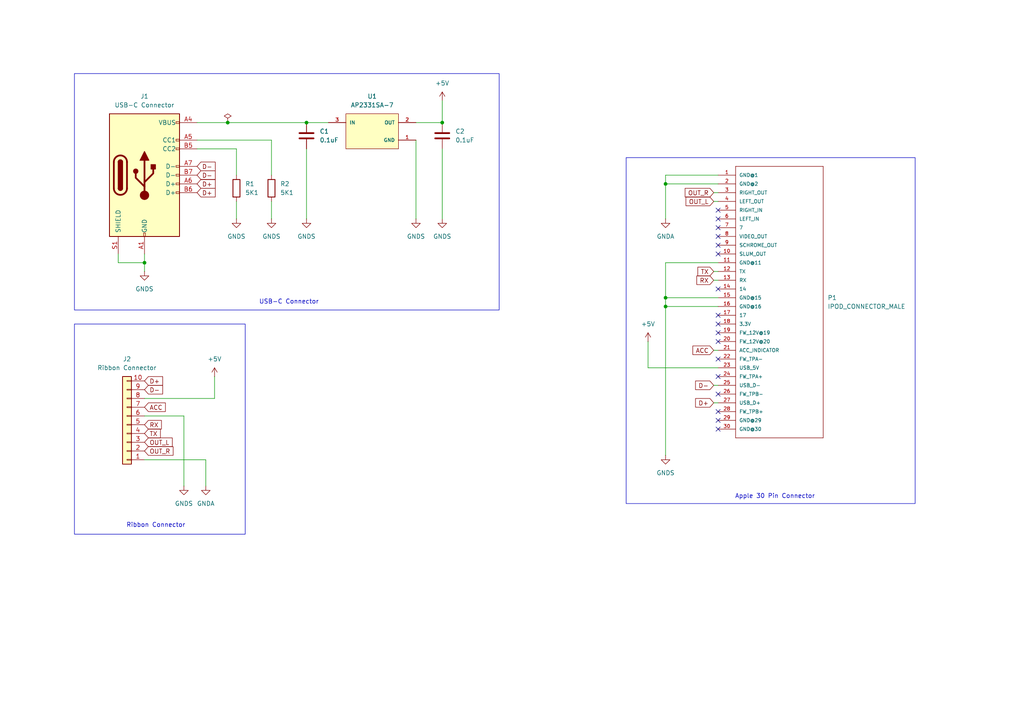
<source format=kicad_sch>
(kicad_sch (version 20250114) (generator "eeschema") (generator_version "9.0")
  (paper "A4")
  (lib_symbols
    (symbol "AP2331SA-7:AP2331SA-7" (pin_names (offset 1.016))
      (property "Reference" "U" (at -7.366 5.842 0))
      (property "Value" "AP2331SA-7" (at -7.62 -7.62 0))
      (symbol "AP2331SA-7_0_0"
        (rectangle (start -7.62 -5.08) (end 7.62 5.08) (stroke (width 0.1524)) (fill (type background)))
        (pin input line (at -12.7 2.54 0) (length 5.08) (name "IN") (number "3"))
        (pin output line (at 12.7 2.54 180) (length 5.08) (name "OUT") (number "2"))
        (pin power_in line (at 12.7 -2.54 180) (length 5.08) (name "GND") (number "1"))
      )
    )
    (symbol "Connector:USB_C_Receptacle_USB2.0_14P" (pin_names (offset 1.016))
      (property "Reference" "J" (at 0 22.225 0))
      (property "Value" "USB_C_Receptacle_USB2.0_14P" (at 0 19.685 0))
      (symbol "USB_C_Receptacle_USB2.0_14P_0_0"
        (rectangle (start -0.254 -17.78) (end 0.254 -16.764))
        (rectangle (start 10.16 15.494) (end 9.144 14.986))
        (rectangle (start 10.16 10.414) (end 9.144 9.906))
        (rectangle (start 10.16 7.874) (end 9.144 7.366))
        (rectangle (start 10.16 2.794) (end 9.144 2.286))
        (rectangle (start 10.16 0.254) (end 9.144 -0.254))
        (rectangle (start 10.16 -2.286) (end 9.144 -2.794))
        (rectangle (start 10.16 -4.826) (end 9.144 -5.334))
      )
      (symbol "USB_C_Receptacle_USB2.0_14P_0_1"
        (rectangle (start -10.16 17.78) (end 10.16 -17.78) (stroke (width 0.254)) (fill (type background)))
        (polyline (pts (xy -8.89 -3.81) (xy -8.89 3.81)) (stroke (width 0.508)))
        (rectangle (start -7.62 -3.81) (end -6.35 3.81) (stroke (width 0.254)) (fill (type outline)))
        (arc (start -7.62 3.81) (mid -6.985 4.4423) (end -6.35 3.81) (stroke (width 0.254)))
        (arc (start -7.62 3.81) (mid -6.985 4.4423) (end -6.35 3.81) (stroke (width 0.254)) (fill (type outline)))
        (arc (start -8.89 3.81) (mid -6.985 5.7067) (end -5.08 3.81) (stroke (width 0.508)))
        (arc (start -5.08 -3.81) (mid -6.985 -5.7067) (end -8.89 -3.81) (stroke (width 0.508)))
        (arc (start -6.35 -3.81) (mid -6.985 -4.4423) (end -7.62 -3.81) (stroke (width 0.254)))
        (arc (start -6.35 -3.81) (mid -6.985 -4.4423) (end -7.62 -3.81) (stroke (width 0.254)) (fill (type outline)))
        (polyline (pts (xy -5.08 3.81) (xy -5.08 -3.81)) (stroke (width 0.508)))
        (circle (center -2.54 1.143) (radius 0.635) (stroke (width 0.254)) (fill (type outline)))
        (polyline (pts (xy -1.27 4.318) (xy 0 6.858) (xy 1.27 4.318) (xy -1.27 4.318)) (stroke (width 0.254)) (fill (type outline)))
        (polyline (pts (xy 0 -2.032) (xy 2.54 0.508) (xy 2.54 1.778)) (stroke (width 0.508)))
        (polyline (pts (xy 0 -3.302) (xy -2.54 -0.762) (xy -2.54 0.508)) (stroke (width 0.508)))
        (polyline (pts (xy 0 -5.842) (xy 0 4.318)) (stroke (width 0.508)))
        (circle (center 0 -5.842) (radius 1.27) (fill (type outline)))
        (rectangle (start 1.905 1.778) (end 3.175 3.048) (stroke (width 0.254)) (fill (type outline)))
      )
      (symbol "USB_C_Receptacle_USB2.0_14P_1_1"
        (pin passive line (at -7.62 -22.86 90) (length 5.08) (name "SHIELD") (number "S1"))
        (pin passive line (at 0 -22.86 90) (length 5.08) (name "GND") (number "A1"))
        (pin passive line (at 0 -22.86 90) (length 5.08) (hide yes) (name "GND") (number "A12"))
        (pin passive line (at 0 -22.86 90) (length 5.08) (hide yes) (name "GND") (number "B1"))
        (pin passive line (at 0 -22.86 90) (length 5.08) (hide yes) (name "GND") (number "B12"))
        (pin passive line (at 15.24 15.24 180) (length 5.08) (name "VBUS") (number "A4"))
        (pin passive line (at 15.24 15.24 180) (length 5.08) (hide yes) (name "VBUS") (number "A9"))
        (pin passive line (at 15.24 15.24 180) (length 5.08) (hide yes) (name "VBUS") (number "B4"))
        (pin passive line (at 15.24 15.24 180) (length 5.08) (hide yes) (name "VBUS") (number "B9"))
        (pin bidirectional line (at 15.24 10.16 180) (length 5.08) (name "CC1") (number "A5"))
        (pin bidirectional line (at 15.24 7.62 180) (length 5.08) (name "CC2") (number "B5"))
        (pin bidirectional line (at 15.24 2.54 180) (length 5.08) (name "D-") (number "A7"))
        (pin bidirectional line (at 15.24 0 180) (length 5.08) (name "D-") (number "B7"))
        (pin bidirectional line (at 15.24 -2.54 180) (length 5.08) (name "D+") (number "A6"))
        (pin bidirectional line (at 15.24 -5.08 180) (length 5.08) (name "D+") (number "B6"))
      )
    )
    (symbol "Connector_Generic:Conn_01x10" (pin_names (offset 1.016) (hide yes))
      (property "Reference" "J" (at 0 12.7 0))
      (property "Value" "Conn_01x10" (at 0 -15.24 0))
      (symbol "Conn_01x10_1_1"
        (rectangle (start -1.27 11.43) (end 1.27 -13.97) (stroke (width 0.254)) (fill (type background)))
        (rectangle (start -1.27 10.287) (end 0 10.033) (stroke (width 0.1524)))
        (rectangle (start -1.27 7.747) (end 0 7.493) (stroke (width 0.1524)))
        (rectangle (start -1.27 5.207) (end 0 4.953) (stroke (width 0.1524)))
        (rectangle (start -1.27 2.667) (end 0 2.413) (stroke (width 0.1524)))
        (rectangle (start -1.27 0.127) (end 0 -0.127) (stroke (width 0.1524)))
        (rectangle (start -1.27 -2.413) (end 0 -2.667) (stroke (width 0.1524)))
        (rectangle (start -1.27 -4.953) (end 0 -5.207) (stroke (width 0.1524)))
        (rectangle (start -1.27 -7.493) (end 0 -7.747) (stroke (width 0.1524)))
        (rectangle (start -1.27 -10.033) (end 0 -10.287) (stroke (width 0.1524)))
        (rectangle (start -1.27 -12.573) (end 0 -12.827) (stroke (width 0.1524)))
        (pin passive line (at -5.08 10.16 0) (length 3.81) (name "Pin_1") (number "1"))
        (pin passive line (at -5.08 7.62 0) (length 3.81) (name "Pin_2") (number "2"))
        (pin passive line (at -5.08 5.08 0) (length 3.81) (name "Pin_3") (number "3"))
        (pin passive line (at -5.08 2.54 0) (length 3.81) (name "Pin_4") (number "4"))
        (pin passive line (at -5.08 0 0) (length 3.81) (name "Pin_5") (number "5"))
        (pin passive line (at -5.08 -2.54 0) (length 3.81) (name "Pin_6") (number "6"))
        (pin passive line (at -5.08 -5.08 0) (length 3.81) (name "Pin_7") (number "7"))
        (pin passive line (at -5.08 -7.62 0) (length 3.81) (name "Pin_8") (number "8"))
        (pin passive line (at -5.08 -10.16 0) (length 3.81) (name "Pin_9") (number "9"))
        (pin passive line (at -5.08 -12.7 0) (length 3.81) (name "Pin_10") (number "10"))
      )
    )
    (symbol "Device:C" (pin_numbers (hide yes)) (pin_names (offset 0.254))
      (property "Reference" "C" (at 0.635 2.54 0))
      (property "Value" "C" (at 0.635 -2.54 0))
      (symbol "C_0_1"
        (polyline (pts (xy -2.032 0.762) (xy 2.032 0.762)) (stroke (width 0.508)))
        (polyline (pts (xy -2.032 -0.762) (xy 2.032 -0.762)) (stroke (width 0.508)))
      )
      (symbol "C_1_1"
        (pin passive line (at 0 3.81 270) (length 2.794) (name "~") (number "1"))
        (pin passive line (at 0 -3.81 90) (length 2.794) (name "~") (number "2"))
      )
    )
    (symbol "Device:R" (pin_numbers (hide yes)) (pin_names (offset 0))
      (property "Reference" "R" (at 2.032 0 90))
      (property "Value" "R" (at 0 0 90))
      (symbol "R_0_1"
        (rectangle (start -1.016 -2.54) (end 1.016 2.54) (stroke (width 0.254)))
      )
      (symbol "R_1_1"
        (pin passive line (at 0 3.81 270) (length 1.27) (name "~") (number "1"))
        (pin passive line (at 0 -3.81 90) (length 1.27) (name "~") (number "2"))
      )
    )
    (symbol "ipod-connector_male:IPOD_CONNECTOR_MALE" (pin_names (offset 1.016))
      (property "Reference" "P1" (at 0 39.37 0))
      (property "Value" "IPOD_CONNECTOR_MALE" (at 0 -41.91 0))
      (symbol "IPOD_CONNECTOR_MALE_1_0"
        (polyline (pts (xy -12.7 38.1) (xy -12.7 -40.64)))
        (polyline (pts (xy -12.7 -40.64) (xy 12.7 -40.64)))
        (polyline (pts (xy 12.7 38.1) (xy -12.7 38.1)))
        (polyline (pts (xy 12.7 -40.64) (xy 12.7 38.1)))
      )
      (symbol "IPOD_CONNECTOR_MALE_1_1"
        (pin bidirectional line (at -17.78 35.56 0) (length 5.08) (name "GND@1") (number "1"))
        (pin bidirectional line (at -17.78 33.02 0) (length 5.08) (name "GND@2") (number "2"))
        (pin bidirectional line (at -17.78 30.48 0) (length 5.08) (name "RIGHT_OUT") (number "3"))
        (pin bidirectional line (at -17.78 27.94 0) (length 5.08) (name "LEFT_OUT") (number "4"))
        (pin bidirectional line (at -17.78 25.4 0) (length 5.08) (name "RIGHT_IN") (number "5"))
        (pin bidirectional line (at -17.78 22.86 0) (length 5.08) (name "LEFT_IN") (number "6"))
        (pin bidirectional line (at -17.78 20.32 0) (length 5.08) (name "7") (number "7"))
        (pin bidirectional line (at -17.78 17.78 0) (length 5.08) (name "VIDEO_OUT") (number "8"))
        (pin bidirectional line (at -17.78 15.24 0) (length 5.08) (name "SCHROME_OUT") (number "9"))
        (pin bidirectional line (at -17.78 12.7 0) (length 5.08) (name "SLUM_OUT") (number "10"))
        (pin bidirectional line (at -17.78 10.16 0) (length 5.08) (name "GND@11") (number "11"))
        (pin bidirectional line (at -17.78 7.62 0) (length 5.08) (name "TX") (number "12"))
        (pin bidirectional line (at -17.78 5.08 0) (length 5.08) (name "RX") (number "13"))
        (pin bidirectional line (at -17.78 2.54 0) (length 5.08) (name "14") (number "14"))
        (pin bidirectional line (at -17.78 0 0) (length 5.08) (name "GND@15") (number "15"))
        (pin bidirectional line (at -17.78 -2.54 0) (length 5.08) (name "GND@16") (number "16"))
        (pin bidirectional line (at -17.78 -5.08 0) (length 5.08) (name "17") (number "17"))
        (pin bidirectional line (at -17.78 -7.62 0) (length 5.08) (name "3.3V") (number "18"))
        (pin bidirectional line (at -17.78 -10.16 0) (length 5.08) (name "FW_12V@19") (number "19"))
        (pin bidirectional line (at -17.78 -12.7 0) (length 5.08) (name "FW_12V@20") (number "20"))
        (pin bidirectional line (at -17.78 -15.24 0) (length 5.08) (name "ACC_INDICATOR") (number "21"))
        (pin bidirectional line (at -17.78 -17.78 0) (length 5.08) (name "FW_TPA-") (number "22"))
        (pin bidirectional line (at -17.78 -20.32 0) (length 5.08) (name "USB_5V") (number "23"))
        (pin bidirectional line (at -17.78 -22.86 0) (length 5.08) (name "FW_TPA+") (number "24"))
        (pin bidirectional line (at -17.78 -25.4 0) (length 5.08) (name "USB_D-") (number "25"))
        (pin bidirectional line (at -17.78 -27.94 0) (length 5.08) (name "FW_TPB-") (number "26"))
        (pin bidirectional line (at -17.78 -30.48 0) (length 5.08) (name "USB_D+") (number "27"))
        (pin bidirectional line (at -17.78 -33.02 0) (length 5.08) (name "FW_TPB+") (number "28"))
        (pin bidirectional line (at -17.78 -35.56 0) (length 5.08) (name "GND@29") (number "29"))
        (pin bidirectional line (at -17.78 -38.1 0) (length 5.08) (name "GND@30") (number "30"))
      )
    )
    (symbol "power:+5V" (power) (pin_numbers (hide yes)) (pin_names (offset 0) (hide yes))
      (property "Value" "+5V" (at 0 3.556 0))
      (symbol "+5V_0_1"
        (polyline (pts (xy -0.762 1.27) (xy 0 2.54)))
        (polyline (pts (xy 0 2.54) (xy 0.762 1.27)))
        (polyline (pts (xy 0 0) (xy 0 2.54)))
      )
      (symbol "+5V_1_1"
        (pin power_in line (at 0 0 90) (length 0) (name "~") (number "1"))
      )
    )
    (symbol "power:GNDA" (power) (pin_numbers (hide yes)) (pin_names (offset 0) (hide yes))
      (property "Value" "GNDA" (at 0 -3.81 0))
      (symbol "GNDA_0_1"
        (polyline (pts (xy 0 0) (xy 0 -1.27) (xy 1.27 -1.27) (xy 0 -2.54) (xy -1.27 -1.27) (xy 0 -1.27)))
      )
      (symbol "GNDA_1_1"
        (pin power_in line (at 0 0 270) (length 0) (name "~") (number "1"))
      )
    )
    (symbol "power:GNDS" (power) (pin_numbers (hide yes)) (pin_names (offset 0) (hide yes))
      (property "Value" "GNDS" (at 0 -3.81 0))
      (symbol "GNDS_0_1"
        (polyline (pts (xy 0 0) (xy 0 -1.27) (xy 1.27 -1.27) (xy 0 -2.54) (xy -1.27 -1.27) (xy 0 -1.27)))
      )
      (symbol "GNDS_1_1"
        (pin power_in line (at 0 0 270) (length 0) (name "~") (number "1"))
      )
    )
    (symbol "power:PWR_FLAG" (power) (pin_numbers (hide yes)) (pin_names (offset 0) (hide yes))
      (property "Value" "PWR_FLAG" (at 0 3.81 0))
      (symbol "PWR_FLAG_0_0"
        (pin power_out line (at 0 0 90) (length 0) (name "~") (number "1"))
      )
      (symbol "PWR_FLAG_0_1"
        (polyline (pts (xy 0 0) (xy 0 1.27) (xy -1.016 1.905) (xy 0 2.54) (xy 1.016 1.905) (xy 0 1.27)))
      )
    )
  )
  (rectangle (start 21.59 93.98) (end 71.12 154.94))
  (rectangle (start 21.59 21.336) (end 144.78 89.916))
  (rectangle (start 181.61 45.72) (end 265.43 146.05))
  (text "Apple 30 Pin Connector\n" (at 224.79 144.018 0) (effects (font (size 1.27 1.27))))
  (text "Ribbon Connector" (at 45.212 152.4 0) (effects (font (size 1.27 1.27))))
  (text "USB-C Connector" (at 83.82 87.63 0) (effects (font (size 1.27 1.27))))
  (junction (at 193.04 53.34))
  (junction (at 193.04 86.36))
  (junction (at 128.27 35.56))
  (junction (at 66.04 35.56))
  (junction (at 193.04 88.9))
  (junction (at 41.91 76.2))
  (junction (at 88.9 35.56))
  (no_connect (at 208.28 114.3))
  (no_connect (at 208.28 63.5))
  (no_connect (at 208.28 66.04))
  (no_connect (at 208.28 96.52))
  (no_connect (at 208.28 99.06))
  (no_connect (at 208.28 119.38))
  (no_connect (at 208.28 93.98))
  (no_connect (at 208.28 73.66))
  (no_connect (at 208.28 104.14))
  (no_connect (at 208.28 83.82))
  (no_connect (at 208.28 109.22))
  (no_connect (at 208.28 124.46))
  (no_connect (at 208.28 68.58))
  (no_connect (at 208.28 71.12))
  (no_connect (at 208.28 60.96))
  (no_connect (at 208.28 91.44))
  (no_connect (at 208.28 121.92))
  (wire (pts (xy 59.69 133.35) (xy 59.69 140.97)))
  (wire (pts (xy 193.04 63.5) (xy 193.04 53.34)))
  (wire (pts (xy 208.28 55.88) (xy 207.01 55.88)))
  (wire (pts (xy 53.34 120.65) (xy 53.34 140.97)))
  (wire (pts (xy 57.15 43.18) (xy 68.58 43.18)))
  (wire (pts (xy 193.04 76.2) (xy 193.04 86.36)))
  (wire (pts (xy 34.29 76.2) (xy 41.91 76.2)))
  (wire (pts (xy 34.29 73.66) (xy 34.29 76.2)))
  (wire (pts (xy 193.04 88.9) (xy 208.28 88.9)))
  (wire (pts (xy 66.04 35.56) (xy 88.9 35.56)))
  (wire (pts (xy 57.15 35.56) (xy 66.04 35.56)))
  (wire (pts (xy 193.04 53.34) (xy 208.28 53.34)))
  (wire (pts (xy 57.15 40.64) (xy 78.74 40.64)))
  (wire (pts (xy 120.65 35.56) (xy 128.27 35.56)))
  (wire (pts (xy 208.28 111.76) (xy 207.01 111.76)))
  (wire (pts (xy 208.28 86.36) (xy 193.04 86.36)))
  (wire (pts (xy 41.91 133.35) (xy 59.69 133.35)))
  (wire (pts (xy 187.96 106.68) (xy 208.28 106.68)))
  (wire (pts (xy 208.28 81.28) (xy 207.01 81.28)))
  (wire (pts (xy 193.04 53.34) (xy 193.04 50.8)))
  (wire (pts (xy 62.23 109.22) (xy 62.23 115.57)))
  (wire (pts (xy 193.04 86.36) (xy 193.04 88.9)))
  (wire (pts (xy 128.27 35.56) (xy 128.27 29.21)))
  (wire (pts (xy 88.9 35.56) (xy 95.25 35.56)))
  (wire (pts (xy 208.28 76.2) (xy 193.04 76.2)))
  (wire (pts (xy 68.58 58.42) (xy 68.58 63.5)))
  (wire (pts (xy 78.74 58.42) (xy 78.74 63.5)))
  (wire (pts (xy 187.96 106.68) (xy 187.96 99.06)))
  (wire (pts (xy 88.9 63.5) (xy 88.9 43.18)))
  (wire (pts (xy 41.91 120.65) (xy 53.34 120.65)))
  (wire (pts (xy 208.28 101.6) (xy 207.01 101.6)))
  (wire (pts (xy 193.04 50.8) (xy 208.28 50.8)))
  (wire (pts (xy 120.65 40.64) (xy 120.65 63.5)))
  (wire (pts (xy 128.27 63.5) (xy 128.27 43.18)))
  (wire (pts (xy 208.28 58.42) (xy 207.01 58.42)))
  (wire (pts (xy 41.91 115.57) (xy 62.23 115.57)))
  (wire (pts (xy 193.04 88.9) (xy 193.04 132.08)))
  (wire (pts (xy 78.74 40.64) (xy 78.74 50.8)))
  (wire (pts (xy 68.58 43.18) (xy 68.58 50.8)))
  (wire (pts (xy 41.91 73.66) (xy 41.91 76.2)))
  (wire (pts (xy 41.91 76.2) (xy 41.91 78.74)))
  (wire (pts (xy 208.28 116.84) (xy 207.01 116.84)))
  (wire (pts (xy 208.28 78.74) (xy 207.01 78.74)))
  (global_label "OUT_L" (shape input) (at 41.91 128.27 0) (property "Intersheetrefs" "${INTERSHEET_REFS}" (effects (hide yes))))
  (global_label "D+" (shape input) (at 41.91 110.49 0) (property "Intersheetrefs" "${INTERSHEET_REFS}" (effects (hide yes))))
  (global_label "D+" (shape input) (at 57.15 55.88 0) (property "Intersheetrefs" "${INTERSHEET_REFS}" (effects (hide yes))))
  (global_label "OUT_R" (shape input) (at 207.01 55.88 180) (property "Intersheetrefs" "${INTERSHEET_REFS}" (effects (hide yes))))
  (global_label "TX" (shape input) (at 207.01 78.74 180) (property "Intersheetrefs" "${INTERSHEET_REFS}" (effects (hide yes))))
  (global_label "D-" (shape input) (at 207.01 111.76 180) (property "Intersheetrefs" "${INTERSHEET_REFS}" (effects (hide yes))))
  (global_label "D-" (shape input) (at 57.15 50.8 0) (property "Intersheetrefs" "${INTERSHEET_REFS}" (effects (hide yes))))
  (global_label "RX" (shape input) (at 207.01 81.28 180) (property "Intersheetrefs" "${INTERSHEET_REFS}" (effects (hide yes))))
  (global_label "RX" (shape input) (at 41.91 123.19 0) (property "Intersheetrefs" "${INTERSHEET_REFS}" (effects (hide yes))))
  (global_label "OUT_L" (shape input) (at 207.01 58.42 180) (property "Intersheetrefs" "${INTERSHEET_REFS}" (effects (hide yes))))
  (global_label "TX" (shape input) (at 41.91 125.73 0) (property "Intersheetrefs" "${INTERSHEET_REFS}" (effects (hide yes))))
  (global_label "OUT_R" (shape input) (at 41.91 130.81 0) (property "Intersheetrefs" "${INTERSHEET_REFS}" (effects (hide yes))))
  (global_label "D-" (shape input) (at 41.91 113.03 0) (property "Intersheetrefs" "${INTERSHEET_REFS}" (effects (hide yes))))
  (global_label "ACC" (shape input) (at 41.91 118.11 0) (property "Intersheetrefs" "${INTERSHEET_REFS}" (effects (hide yes))))
  (global_label "ACC" (shape input) (at 207.01 101.6 180) (property "Intersheetrefs" "${INTERSHEET_REFS}" (effects (hide yes))))
  (global_label "D+" (shape input) (at 57.15 53.34 0) (property "Intersheetrefs" "${INTERSHEET_REFS}" (effects (hide yes))))
  (global_label "D-" (shape input) (at 57.15 48.26 0) (property "Intersheetrefs" "${INTERSHEET_REFS}" (effects (hide yes))))
  (global_label "D+" (shape input) (at 207.01 116.84 180) (property "Intersheetrefs" "${INTERSHEET_REFS}" (effects (hide yes))))
  (symbol (lib_id "AP2331SA-7:AP2331SA-7") (at 107.95 38.1 0) (unit 1)
    (property "Reference" "U1" (at 107.95 27.94 0))
    (property "Value" "AP2331SA-7" (at 107.95 30.48 0))
    (property "Footprint" "AP2331SA:SOT91P240X120-3N" (effects (hide yes)))
    (property "STANDARD" "IPC-7351B" (effects (hide yes)))
    (property "MANUFACTURER" "DIODES" (effects (hide yes)))
  )
  (symbol (lib_id "ipod-connector_male:IPOD_CONNECTOR_MALE") (at 226.06 86.36 0) (unit 1)
    (property "Reference" "P1" (at 240.03 86.3599 0) (effects (justify left)))
    (property "Value" "IPOD_CONNECTOR_MALE" (at 240.03 88.8999 0) (effects (justify left)))
    (property "Footprint" "ipod-connector:ipod-connector_male" (effects (hide yes)))
  )
  (symbol (lib_id "power:GNDS") (at 41.91 78.74 0) (unit 1)
    (property "Reference" "#PWR09" (effects (hide yes)))
    (property "Value" "GNDS" (at 41.91 83.82 0))
    (property "Description" "Power symbol creates a global label with name \"GNDS\" , signal ground" (effects (hide yes)))
  )
  (symbol (lib_id "power:+5V") (at 62.23 109.22 0) (unit 1)
    (property "Reference" "#PWR01" (effects (hide yes)))
    (property "Value" "+5V" (at 62.23 104.14 0))
    (property "Description" "Power symbol creates a global label with name \"+5V\"" (effects (hide yes)))
  )
  (symbol (lib_id "power:GNDA") (at 193.04 63.5 0) (unit 1)
    (property "Reference" "#PWR010" (effects (hide yes)))
    (property "Value" "GNDA" (at 193.04 68.58 0))
    (property "Description" "Power symbol creates a global label with name \"GNDA\" , analog ground" (effects (hide yes)))
  )
  (symbol (lib_id "power:GNDA") (at 59.69 140.97 0) (unit 1)
    (property "Reference" "#PWR011" (effects (hide yes)))
    (property "Value" "GNDA" (at 59.69 146.05 0))
    (property "Description" "Power symbol creates a global label with name \"GNDA\" , analog ground" (effects (hide yes)))
  )
  (symbol (lib_id "power:GNDS") (at 193.04 132.08 0) (unit 1)
    (property "Reference" "#PWR04" (effects (hide yes)))
    (property "Value" "GNDS" (at 193.04 137.16 0))
    (property "Description" "Power symbol creates a global label with name \"GNDS\" , signal ground" (effects (hide yes)))
  )
  (symbol (lib_id "Device:R") (at 68.58 54.61 0) (unit 1)
    (property "Reference" "R1" (at 71.12 53.3399 0) (effects (justify left)))
    (property "Value" "5K1" (at 71.12 55.8799 0) (effects (justify left)))
    (property "Footprint" "Resistor_SMD:R_0805_2012Metric_Pad1.20x1.40mm_HandSolder" (effects (hide yes)))
    (property "Description" "Resistor" (effects (hide yes)))
  )
  (symbol (lib_id "Device:C") (at 128.27 39.37 0) (unit 1)
    (property "Reference" "C2" (at 132.08 38.0999 0) (effects (justify left)))
    (property "Value" "0.1uF" (at 132.08 40.6399 0) (effects (justify left)))
    (property "Footprint" "Capacitor_SMD:C_0805_2012Metric_Pad1.18x1.45mm_HandSolder" (effects (hide yes)))
    (property "Description" "Unpolarized capacitor" (effects (hide yes)))
  )
  (symbol (lib_id "power:GNDS") (at 68.58 63.5 0) (unit 1)
    (property "Reference" "#PWR08" (effects (hide yes)))
    (property "Value" "GNDS" (at 68.58 68.58 0))
    (property "Description" "Power symbol creates a global label with name \"GNDS\" , signal ground" (effects (hide yes)))
  )
  (symbol (lib_id "power:GNDS") (at 120.65 63.5 0) (unit 1)
    (property "Reference" "#PWR06" (effects (hide yes)))
    (property "Value" "GNDS" (at 120.65 68.58 0))
    (property "Description" "Power symbol creates a global label with name \"GNDS\" , signal ground" (effects (hide yes)))
  )
  (symbol (lib_id "power:GNDS") (at 88.9 63.5 0) (unit 1)
    (property "Reference" "#PWR012" (effects (hide yes)))
    (property "Value" "GNDS" (at 88.9 68.58 0))
    (property "Description" "Power symbol creates a global label with name \"GNDS\" , signal ground" (effects (hide yes)))
  )
  (symbol (lib_id "Connector:USB_C_Receptacle_USB2.0_14P") (at 41.91 50.8 0) (unit 1)
    (property "Reference" "J1" (at 41.91 27.94 0))
    (property "Value" "USB-C Connector" (at 41.91 30.48 0))
    (property "Footprint" "Connector_USB:USB_C_Receptacle_HRO_TYPE-C-31-M-12" (effects (hide yes)))
    (property "Datasheet" "https://www.usb.org/sites/default/files/documents/usb_type-c.zip" (effects (hide yes)))
    (property "Description" "USB 2.0-only 14P Type-C Receptacle connector" (effects (hide yes)))
  )
  (symbol (lib_id "power:+5V") (at 128.27 29.21 0) (unit 1)
    (property "Reference" "#PWR03" (effects (hide yes)))
    (property "Value" "+5V" (at 128.27 24.13 0))
    (property "Description" "Power symbol creates a global label with name \"+5V\"" (effects (hide yes)))
  )
  (symbol (lib_id "Device:R") (at 78.74 54.61 0) (unit 1)
    (property "Reference" "R2" (at 81.28 53.3399 0) (effects (justify left)))
    (property "Value" "5K1" (at 81.28 55.8799 0) (effects (justify left)))
    (property "Footprint" "Resistor_SMD:R_0805_2012Metric_Pad1.20x1.40mm_HandSolder" (effects (hide yes)))
    (property "Description" "Resistor" (effects (hide yes)))
  )
  (symbol (lib_id "Connector_Generic:Conn_01x10") (at 36.83 123.19 180) (unit 1)
    (property "Reference" "J2" (at 36.83 104.14 0))
    (property "Value" "Ribbon Connector" (at 36.83 106.68 0))
    (property "Footprint" "Connector_FFC-FPC:Molex_54548-1071_1x10-1MP_P0.5mm_Horizontal" (effects (hide yes)))
    (property "Description" "Generic connector, single row, 01x10, script generated (kicad-library-utils/schlib/autogen/connector/)" (effects (hide yes)))
  )
  (symbol (lib_id "power:+5V") (at 187.96 99.06 0) (unit 1)
    (property "Reference" "#PWR02" (effects (hide yes)))
    (property "Value" "+5V" (at 187.96 93.98 0))
    (property "Description" "Power symbol creates a global label with name \"+5V\"" (effects (hide yes)))
  )
  (symbol (lib_id "power:GNDS") (at 128.27 63.5 0) (unit 1)
    (property "Reference" "#PWR013" (effects (hide yes)))
    (property "Value" "GNDS" (at 128.27 68.58 0))
    (property "Description" "Power symbol creates a global label with name \"GNDS\" , signal ground" (effects (hide yes)))
  )
  (symbol (lib_id "power:GNDS") (at 53.34 140.97 0) (unit 1)
    (property "Reference" "#PWR05" (effects (hide yes)))
    (property "Value" "GNDS" (at 53.34 146.05 0))
    (property "Description" "Power symbol creates a global label with name \"GNDS\" , signal ground" (effects (hide yes)))
  )
  (symbol (lib_id "power:GNDS") (at 78.74 63.5 0) (unit 1)
    (property "Reference" "#PWR07" (effects (hide yes)))
    (property "Value" "GNDS" (at 78.74 68.58 0))
    (property "Description" "Power symbol creates a global label with name \"GNDS\" , signal ground" (effects (hide yes)))
  )
  (symbol (lib_id "power:PWR_FLAG") (at 66.04 35.56 0) (unit 1)
    (property "Reference" "#FLG01" (effects (hide yes)))
    (property "Value" "PWR_FLAG" (effects (hide yes)))
    (property "Description" "Special symbol for telling ERC where power comes from" (effects (hide yes)))
  )
  (symbol (lib_id "Device:C") (at 88.9 39.37 0) (unit 1)
    (property "Reference" "C1" (at 92.71 38.0999 0) (effects (justify left)))
    (property "Value" "0.1uF" (at 92.71 40.6399 0) (effects (justify left)))
    (property "Footprint" "Capacitor_SMD:C_0805_2012Metric_Pad1.18x1.45mm_HandSolder" (effects (hide yes)))
    (property "Description" "Unpolarized capacitor" (effects (hide yes)))
  )
)
</source>
